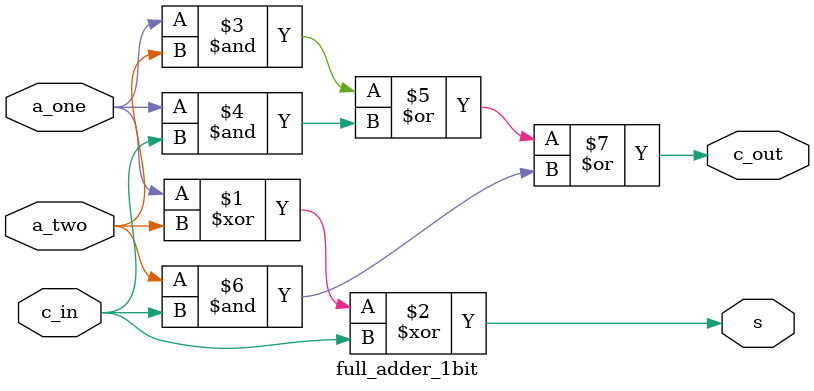
<source format=v>

module full_adder_1bit(a_one,a_two,c_in,s,c_out);//combi block
   input  a_one;
   input  a_two; 
   input  c_in;
   output s;
   output c_out;

   assign  s = a_one ^ a_two ^ c_in;               

   assign  c_out = (a_one & a_two) | (a_one & c_in) | (a_two & c_in);  

endmodule

</source>
